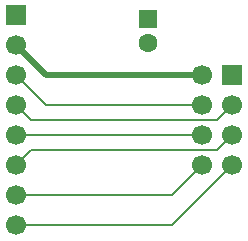
<source format=gbr>
%TF.GenerationSoftware,KiCad,Pcbnew,9.0.3*%
%TF.CreationDate,2025-10-19T16:24:49+11:00*%
%TF.ProjectId,NRF24L01-better-breakout,4e524632-344c-4303-912d-626574746572,rev?*%
%TF.SameCoordinates,Original*%
%TF.FileFunction,Copper,L2,Bot*%
%TF.FilePolarity,Positive*%
%FSLAX46Y46*%
G04 Gerber Fmt 4.6, Leading zero omitted, Abs format (unit mm)*
G04 Created by KiCad (PCBNEW 9.0.3) date 2025-10-19 16:24:49*
%MOMM*%
%LPD*%
G01*
G04 APERTURE LIST*
G04 Aperture macros list*
%AMRoundRect*
0 Rectangle with rounded corners*
0 $1 Rounding radius*
0 $2 $3 $4 $5 $6 $7 $8 $9 X,Y pos of 4 corners*
0 Add a 4 corners polygon primitive as box body*
4,1,4,$2,$3,$4,$5,$6,$7,$8,$9,$2,$3,0*
0 Add four circle primitives for the rounded corners*
1,1,$1+$1,$2,$3*
1,1,$1+$1,$4,$5*
1,1,$1+$1,$6,$7*
1,1,$1+$1,$8,$9*
0 Add four rect primitives between the rounded corners*
20,1,$1+$1,$2,$3,$4,$5,0*
20,1,$1+$1,$4,$5,$6,$7,0*
20,1,$1+$1,$6,$7,$8,$9,0*
20,1,$1+$1,$8,$9,$2,$3,0*%
G04 Aperture macros list end*
%TA.AperFunction,ComponentPad*%
%ADD10RoundRect,0.250000X-0.550000X0.550000X-0.550000X-0.550000X0.550000X-0.550000X0.550000X0.550000X0*%
%TD*%
%TA.AperFunction,ComponentPad*%
%ADD11C,1.600000*%
%TD*%
%TA.AperFunction,ComponentPad*%
%ADD12R,1.700000X1.700000*%
%TD*%
%TA.AperFunction,ComponentPad*%
%ADD13C,1.700000*%
%TD*%
%TA.AperFunction,Conductor*%
%ADD14C,0.200000*%
%TD*%
%TA.AperFunction,Conductor*%
%ADD15C,0.500000*%
%TD*%
G04 APERTURE END LIST*
D10*
%TO.P,C2_1,1*%
%TO.N,3V3*%
X112014000Y-63052888D03*
D11*
%TO.P,C2_1,2*%
%TO.N,GND*%
X112014000Y-65052888D03*
%TD*%
D12*
%TO.P,J1,1,Pin_1*%
%TO.N,3V3*%
X119146000Y-67818000D03*
D13*
%TO.P,J1,2,Pin_2*%
%TO.N,GND*%
X116606000Y-67818000D03*
%TO.P,J1,3,Pin_3*%
%TO.N,CSN*%
X119146000Y-70358000D03*
%TO.P,J1,4,Pin_4*%
%TO.N,CE*%
X116606000Y-70358000D03*
%TO.P,J1,5,Pin_5*%
%TO.N,MOSI*%
X119146000Y-72898000D03*
%TO.P,J1,6,Pin_6*%
%TO.N,SCk*%
X116606000Y-72898000D03*
%TO.P,J1,7,Pin_7*%
%TO.N,IRQ*%
X119146000Y-75438000D03*
%TO.P,J1,8,Pin_8*%
%TO.N,MISO*%
X116606000Y-75438000D03*
%TD*%
D12*
%TO.P,J2,1,Pin_1*%
%TO.N,VCC*%
X100838000Y-62738000D03*
D13*
%TO.P,J2,2,Pin_2*%
%TO.N,GND*%
X100838000Y-65278000D03*
%TO.P,J2,3,Pin_3*%
%TO.N,CE*%
X100838000Y-67818000D03*
%TO.P,J2,4,Pin_4*%
%TO.N,CSN*%
X100838000Y-70358000D03*
%TO.P,J2,5,Pin_5*%
%TO.N,SCk*%
X100838000Y-72898000D03*
%TO.P,J2,6,Pin_6*%
%TO.N,MOSI*%
X100838000Y-75438000D03*
%TO.P,J2,7,Pin_7*%
%TO.N,MISO*%
X100838000Y-77978000D03*
%TO.P,J2,8,Pin_8*%
%TO.N,IRQ*%
X100838000Y-80518000D03*
%TD*%
D14*
%TO.N,IRQ*%
X100838000Y-80518000D02*
X114066000Y-80518000D01*
X114066000Y-80518000D02*
X119146000Y-75438000D01*
%TO.N,CSN*%
X117876000Y-71628000D02*
X119146000Y-70358000D01*
X102108000Y-71628000D02*
X117876000Y-71628000D01*
X100838000Y-70358000D02*
X102108000Y-71628000D01*
%TO.N,MOSI*%
X102108000Y-74168000D02*
X117876000Y-74168000D01*
X100838000Y-75438000D02*
X102108000Y-74168000D01*
X117876000Y-74168000D02*
X119146000Y-72898000D01*
%TO.N,SCk*%
X100838000Y-72898000D02*
X116606000Y-72898000D01*
%TO.N,MISO*%
X116606000Y-75438000D02*
X114066000Y-77978000D01*
X114066000Y-77978000D02*
X100838000Y-77978000D01*
%TO.N,CE*%
X100838000Y-67818000D02*
X103378000Y-70358000D01*
X103378000Y-70358000D02*
X116606000Y-70358000D01*
D15*
%TO.N,GND*%
X100838000Y-65278000D02*
X103378000Y-67818000D01*
X103378000Y-67818000D02*
X116606000Y-67818000D01*
%TD*%
M02*

</source>
